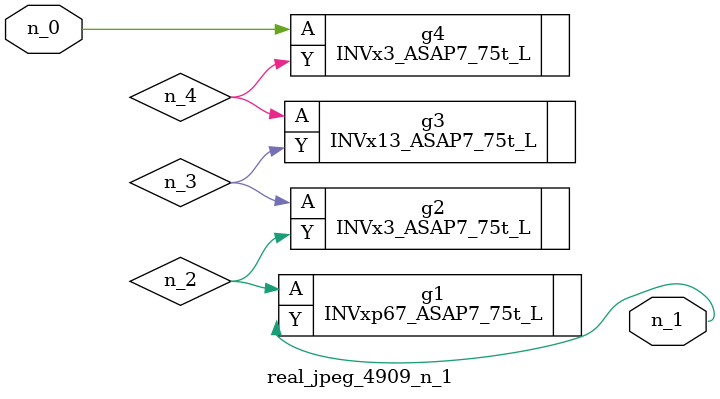
<source format=v>
module real_jpeg_4909_n_1 (n_0, n_1);

input n_0;

output n_1;

wire n_3;
wire n_4;
wire n_2;

INVx3_ASAP7_75t_L g4 ( 
.A(n_0),
.Y(n_4)
);

INVxp67_ASAP7_75t_L g1 ( 
.A(n_2),
.Y(n_1)
);

INVx3_ASAP7_75t_L g2 ( 
.A(n_3),
.Y(n_2)
);

INVx13_ASAP7_75t_L g3 ( 
.A(n_4),
.Y(n_3)
);


endmodule
</source>
